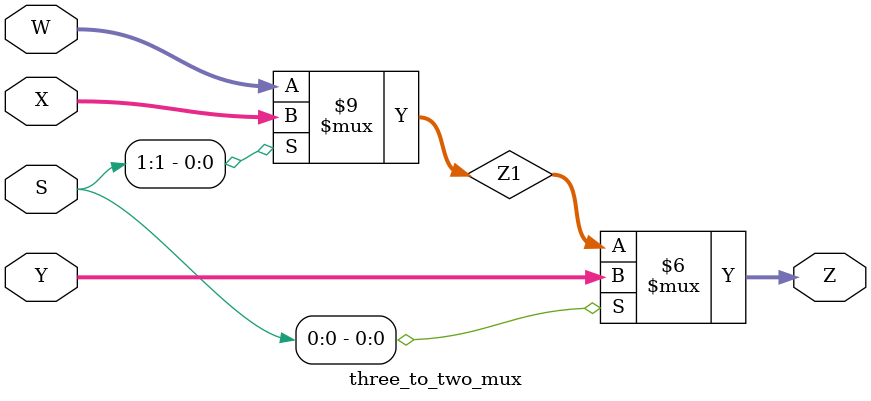
<source format=v>
`timescale 1ns / 1ps

module three_to_two_mux(W, X, Y, Z, S);

// Define internal registers
reg [1:0] Z1;

// Define external wires
input wire [1:0] W;
input wire [1:0] X;
input wire [1:0] Y;
output reg [1:0] Z;
input wire [1:0] S;

always @(W or X or S[1])
begin
    if(S[1] == 0)
        Z1 = W;
    else
        Z1 = X; 
end

always @(Z1 or Y or S[0])
begin
    if(S[0] == 0)
        Z = Z1;
    else
        Z = Y; 
end

endmodule
</source>
